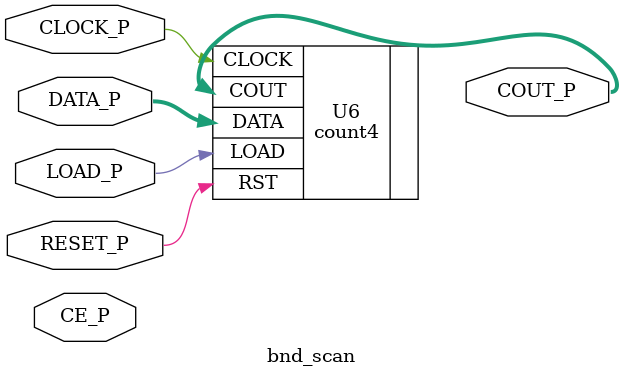
<source format=v>
module bnd_scan (LOAD_P, CLOCK_P, CE_P, RESET_P, 
  DATA_P, COUT_P); 
    input         LOAD_P, CLOCK_P, CE_P, RESET_P; 
input  [3:0] DATA_P; 
    output [3:0] COUT_P; 
    wire         TDI_NET, TMS_NET, TCK_NE, TDO_NET; 
    BSCAN U1 (.TDO(TDO_NET), .TDI(TDI_NET),  
            .TMS(TMS_NET), .TCK(TCK_NET)); 
    TDI U2 (.I(TDI_NET)); 
    TCK U3 (.I(TCK_NET)); 
    TMS U4 (.I(TMS_NET)); 
    TDO U5 (.O(TDO_NET)); 
    count4 U6 (.LOAD(LOAD_P), .CLOCK(CLOCK_P),  
              .RST(RESET_P), 
  .DATA(DATA_P), .COUT(COUT_P)); 
endmodule 

</source>
